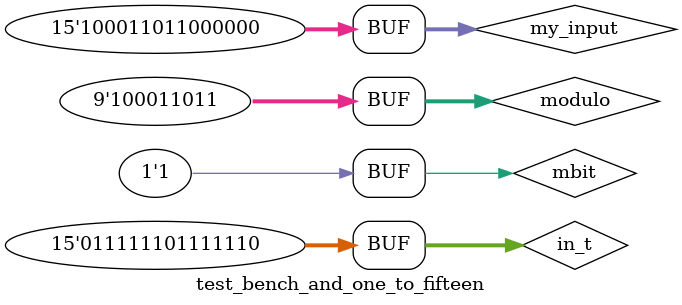
<source format=sv>
`timescale 1ns / 1ps


module test_bench_and_one_to_fifteen();
    logic [14:0]in_t;
    logic mbit;
    wire  [14:0]out_t;
    reg [8:0] modulo = 'h11B;
   
     wire [14:0]mod0;
//    wire [14:0]mod1;
//    wire [14:0]mod2;
//    wire [14:0]mod3;
//    wire [14:0]mod4;
//    wire [14:0]mod5;
//    wire [14:0]mod6;
   
    //and_one_to_fifteen and_one_fif(in_t, mbit, out_t);
   reg [14:0] my_input;
   
    and_one_to_fifteen and0(my_input,      mbit, mod0);
//    and_one_to_fifteen and1({1'b0,modulo,5'b0}, mod0[13], mod1); 
//    and_one_to_fifteen and2({2'b0,modulo,4'b0}, mod1[12], mod2);
//    and_one_to_fifteen and3({3'b0,modulo,3'b0}, mod2[11], mod3);
//    and_one_to_fifteen and4({4'b0,modulo,2'b0}, mod3[10], mod4);
//    and_one_to_fifteen and5({5'b0,modulo,1'b0},  mod4[9], mod5);
       
     //and_one_to_fifteen and6({6'b0,modulo},       mod5[8], mod6);
     
 
 initial begin
     in_t <= 15'b011111101111110;
     my_input <= {modulo,6'b0};
     mbit <= 1'b0;
     #1;
     in_t <= 15'b011111101111110;
     my_input <= {modulo,6'b0};
     mbit <= 1'b1;
     #1;
 end
endmodule

</source>
